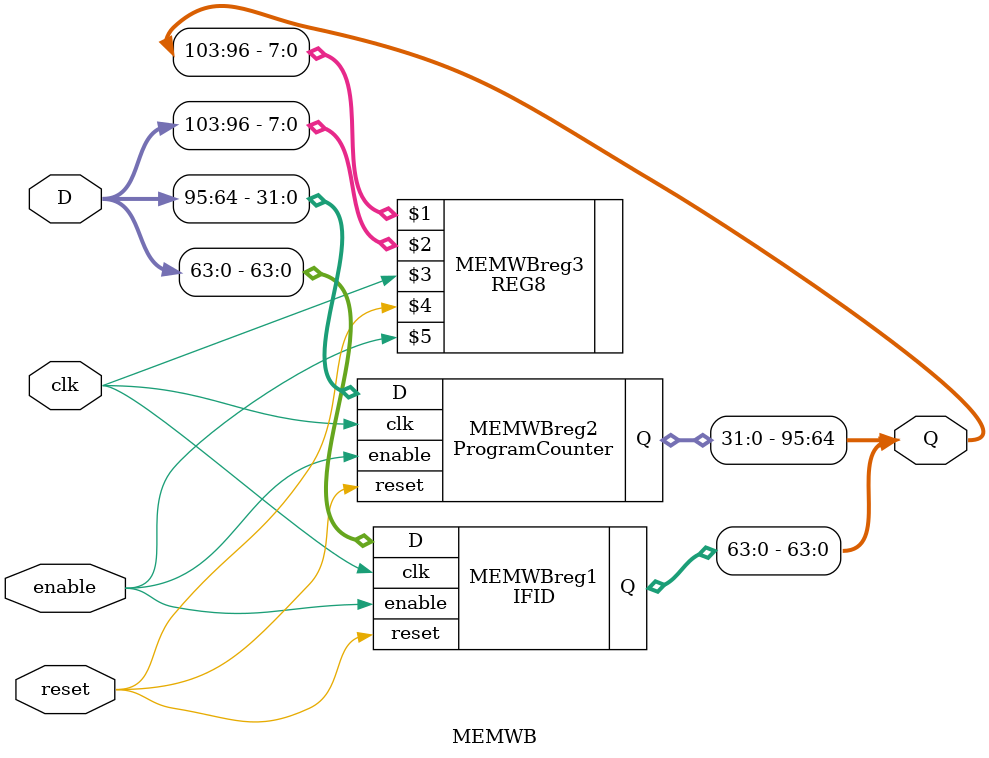
<source format=v>



/////////////////////////////////////////

module ProgramCounter (Q,D,clk,reset,enable);
input clk,reset,enable ;
input  [31:0] D;
output [31:0] Q;
REG8 regpc1 (Q[7:0],D[7:0],clk,reset,enable);
REG8 regpc2 (Q[15:8],D[15:8],clk,reset,enable);
REG8 regpc3 (Q[23:16],D[23:16],clk,reset,enable);
REG8 regpc4 (Q[31:24],D[31:24],clk,reset,enable);

endmodule 

//////////////////////////////////////////////////////


module IFID (Q, D, clk, reset, enable);
input clk, reset, enable;
input [63:0] D;
output [63:0] Q;

ProgramCounter  IFIDREG1 (Q[31:0],D[31:0],clk,reset,enable);
ProgramCounter  IFIDREG2 (Q[63:32],D[63:32],clk,reset,enable);

endmodule

//////////////////////////////////////////////////////

module IDEX (Q, D, clk, reset, enable);
input clk, reset, enable;
input [154:0] D; //changed
output [154:0] Q; //changed
IFID IDEXreg1 (Q[63:0], D[63:0], clk, reset, enable);
IFID IDEXreg2 (Q[127:64], D[127:64], clk, reset, enable);
REG8 IDEXreg3 (Q[135:128],D[135:128],clk,reset,enable);
REG8 IDEXreg4 (Q[143:136],D[143:136],clk,reset,enable);
REG8 IDEXreg5 (Q[151:144],D[151:144],clk,reset,enable);
DFF  IDEXdff6 (Q[152], D[152], clk, reset,enable);
DFF  IDEXdff7 (Q[153], D[153], clk, reset,enable);
DFF  IDEXdff8 (Q[154], D[154], clk, reset,enable); //changed

endmodule

//////////////////////////////////////////////////////

module EXMEM (Q, D, clk, reset, enable);
input clk, reset, enable;
input [105:0] D;
output [105:0] Q;
IFID EXMEMreg1 (Q[63:0], D[63:0], clk, reset, enable);
ProgramCounter EXMEMreg2  (Q[95:64],D[95:64],clk,reset,enable);
REG8  EXMEMreg3 (Q[103:96],D[103:96],clk,reset,enable);
DFF  IDEXdff6 (Q[104], D[104], clk, reset,enable);
DFF  IDEXdff7 (Q[105], D[105], clk, reset,enable);

endmodule

//////////////////////////////////////////////////////

module MEMWB (Q, D, clk, reset, enable);
input clk, reset, enable;
input [103:0] D;
output [103:0] Q;
IFID MEMWBreg1 (Q[63:0], D[63:0], clk, reset, enable);
ProgramCounter MEMWBreg2  (Q[95:64],D[95:64],clk,reset,enable);
REG8  MEMWBreg3 (Q[103:96],D[103:96],clk,reset,enable);


endmodule








</source>
